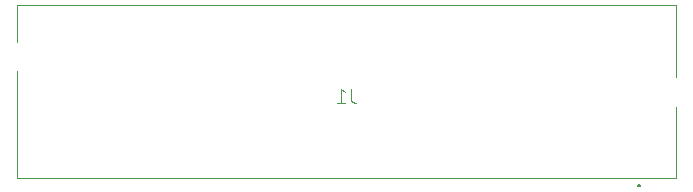
<source format=gbr>
G04 EAGLE Gerber RS-274X export*
G75*
%MOMM*%
%FSLAX34Y34*%
%LPD*%
%INSilkscreen Bottom*%
%IPPOS*%
%AMOC8*
5,1,8,0,0,1.08239X$1,22.5*%
G01*
%ADD10C,0.100000*%
%ADD11C,0.100000*%
%ADD12C,0.200000*%
%ADD13C,0.200000*%
%ADD14C,0.101600*%


D10*
X120600Y114000D03*
D11*
X120600Y23100D01*
D10*
X120600Y23100D03*
D11*
X120600Y114000D01*
X120600Y23100D02*
X678400Y23100D01*
D10*
X678400Y23100D03*
D11*
X120600Y23100D01*
D10*
X120600Y23100D03*
X678400Y23100D03*
D11*
X678400Y84000D01*
D10*
X678400Y84000D03*
D11*
X678400Y23100D01*
D10*
X678400Y109000D03*
D11*
X678400Y169900D01*
D10*
X678400Y169900D03*
D11*
X678400Y109000D01*
X678400Y169900D02*
X120600Y169900D01*
D10*
X120600Y169900D03*
D11*
X678400Y169900D01*
D10*
X678400Y169900D03*
X120600Y169900D03*
D11*
X120600Y139000D01*
D10*
X120600Y139000D03*
D11*
X120600Y169900D01*
D12*
X647150Y16500D03*
D13*
X647106Y16502D01*
X647063Y16508D01*
X647021Y16517D01*
X646979Y16530D01*
X646939Y16547D01*
X646900Y16567D01*
X646863Y16590D01*
X646829Y16617D01*
X646796Y16646D01*
X646767Y16679D01*
X646740Y16713D01*
X646717Y16750D01*
X646697Y16789D01*
X646680Y16829D01*
X646667Y16871D01*
X646658Y16913D01*
X646652Y16956D01*
X646650Y17000D01*
X646652Y17044D01*
X646658Y17087D01*
X646667Y17129D01*
X646680Y17171D01*
X646697Y17211D01*
X646717Y17250D01*
X646740Y17287D01*
X646767Y17321D01*
X646796Y17354D01*
X646829Y17383D01*
X646863Y17410D01*
X646900Y17433D01*
X646939Y17453D01*
X646979Y17470D01*
X647021Y17483D01*
X647063Y17492D01*
X647106Y17498D01*
X647150Y17500D01*
D12*
X647150Y17500D03*
D13*
X647194Y17498D01*
X647237Y17492D01*
X647279Y17483D01*
X647321Y17470D01*
X647361Y17453D01*
X647400Y17433D01*
X647437Y17410D01*
X647471Y17383D01*
X647504Y17354D01*
X647533Y17321D01*
X647560Y17287D01*
X647583Y17250D01*
X647603Y17211D01*
X647620Y17171D01*
X647633Y17129D01*
X647642Y17087D01*
X647648Y17044D01*
X647650Y17000D01*
X647648Y16956D01*
X647642Y16913D01*
X647633Y16871D01*
X647620Y16829D01*
X647603Y16789D01*
X647583Y16750D01*
X647560Y16713D01*
X647533Y16679D01*
X647504Y16646D01*
X647471Y16617D01*
X647437Y16590D01*
X647400Y16567D01*
X647361Y16547D01*
X647321Y16530D01*
X647279Y16517D01*
X647237Y16508D01*
X647194Y16502D01*
X647150Y16500D01*
D12*
X647150Y16500D03*
D13*
X647106Y16502D01*
X647063Y16508D01*
X647021Y16517D01*
X646979Y16530D01*
X646939Y16547D01*
X646900Y16567D01*
X646863Y16590D01*
X646829Y16617D01*
X646796Y16646D01*
X646767Y16679D01*
X646740Y16713D01*
X646717Y16750D01*
X646697Y16789D01*
X646680Y16829D01*
X646667Y16871D01*
X646658Y16913D01*
X646652Y16956D01*
X646650Y17000D01*
X646652Y17044D01*
X646658Y17087D01*
X646667Y17129D01*
X646680Y17171D01*
X646697Y17211D01*
X646717Y17250D01*
X646740Y17287D01*
X646767Y17321D01*
X646796Y17354D01*
X646829Y17383D01*
X646863Y17410D01*
X646900Y17433D01*
X646939Y17453D01*
X646979Y17470D01*
X647021Y17483D01*
X647063Y17492D01*
X647106Y17498D01*
X647150Y17500D01*
D14*
X403435Y89954D02*
X403435Y99042D01*
X403435Y89954D02*
X403437Y89855D01*
X403443Y89755D01*
X403452Y89656D01*
X403465Y89558D01*
X403482Y89460D01*
X403503Y89362D01*
X403528Y89266D01*
X403556Y89171D01*
X403588Y89077D01*
X403623Y88984D01*
X403662Y88892D01*
X403705Y88802D01*
X403750Y88714D01*
X403800Y88627D01*
X403852Y88543D01*
X403908Y88460D01*
X403966Y88380D01*
X404028Y88302D01*
X404093Y88227D01*
X404161Y88154D01*
X404231Y88084D01*
X404304Y88016D01*
X404379Y87951D01*
X404457Y87889D01*
X404537Y87831D01*
X404620Y87775D01*
X404704Y87723D01*
X404791Y87673D01*
X404879Y87628D01*
X404969Y87585D01*
X405061Y87546D01*
X405154Y87511D01*
X405248Y87479D01*
X405343Y87451D01*
X405439Y87426D01*
X405537Y87405D01*
X405635Y87388D01*
X405733Y87375D01*
X405832Y87366D01*
X405932Y87360D01*
X406031Y87358D01*
X407330Y87358D01*
X398162Y96446D02*
X394916Y99042D01*
X394916Y87358D01*
X398162Y87358D02*
X391670Y87358D01*
M02*

</source>
